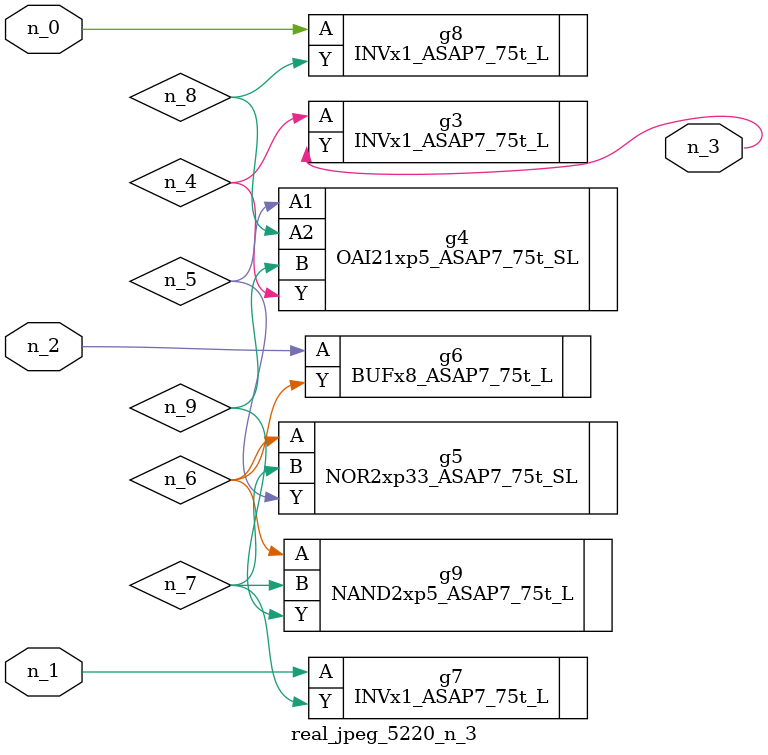
<source format=v>
module real_jpeg_5220_n_3 (n_1, n_0, n_2, n_3);

input n_1;
input n_0;
input n_2;

output n_3;

wire n_5;
wire n_4;
wire n_8;
wire n_6;
wire n_7;
wire n_9;

INVx1_ASAP7_75t_L g8 ( 
.A(n_0),
.Y(n_8)
);

INVx1_ASAP7_75t_L g7 ( 
.A(n_1),
.Y(n_7)
);

BUFx8_ASAP7_75t_L g6 ( 
.A(n_2),
.Y(n_6)
);

INVx1_ASAP7_75t_L g3 ( 
.A(n_4),
.Y(n_3)
);

OAI21xp5_ASAP7_75t_SL g4 ( 
.A1(n_5),
.A2(n_8),
.B(n_9),
.Y(n_4)
);

NOR2xp33_ASAP7_75t_SL g5 ( 
.A(n_6),
.B(n_7),
.Y(n_5)
);

NAND2xp5_ASAP7_75t_L g9 ( 
.A(n_6),
.B(n_7),
.Y(n_9)
);


endmodule
</source>
